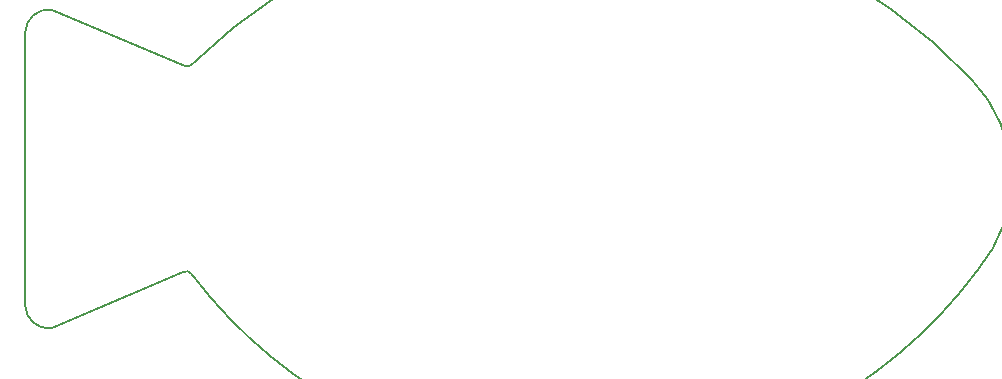
<source format=gbr>
%TF.GenerationSoftware,KiCad,Pcbnew,9.0.4*%
%TF.CreationDate,2026-01-28T21:56:10-05:00*%
%TF.ProjectId,learn_to_solder,6c656172-6e5f-4746-9f5f-736f6c646572,rev?*%
%TF.SameCoordinates,Original*%
%TF.FileFunction,Profile,NP*%
%FSLAX46Y46*%
G04 Gerber Fmt 4.6, Leading zero omitted, Abs format (unit mm)*
G04 Created by KiCad (PCBNEW 9.0.4) date 2026-01-28 21:56:10*
%MOMM*%
%LPD*%
G01*
G04 APERTURE LIST*
%TA.AperFunction,Profile*%
%ADD10C,0.200000*%
%TD*%
G04 APERTURE END LIST*
D10*
X97391356Y-84217807D02*
G75*
G02*
X98094916Y-84391030I250000J-499999D01*
G01*
X97500003Y-66750000D02*
X86248059Y-62015443D01*
X98203560Y-66576777D02*
G75*
G02*
X97500000Y-66750000I-453560J326777D01*
G01*
X86248069Y-88984558D02*
G75*
G02*
X84000000Y-87000002I-248068J1984557D01*
G01*
X84000000Y-64000000D02*
G75*
G02*
X86248069Y-62015444I2000000J0D01*
G01*
X84000000Y-64000000D02*
X84000000Y-87000002D01*
X164637553Y-84081924D02*
G75*
G02*
X98092500Y-84388420I-33387553J24820776D01*
G01*
X86248069Y-88984557D02*
X97391357Y-84217807D01*
X98203560Y-66576777D02*
G75*
G02*
X164114851Y-67891714I32310500J-32995413D01*
G01*
X164114849Y-67891714D02*
G75*
G02*
X164637553Y-84081926I-8660079J-8383136D01*
G01*
M02*

</source>
